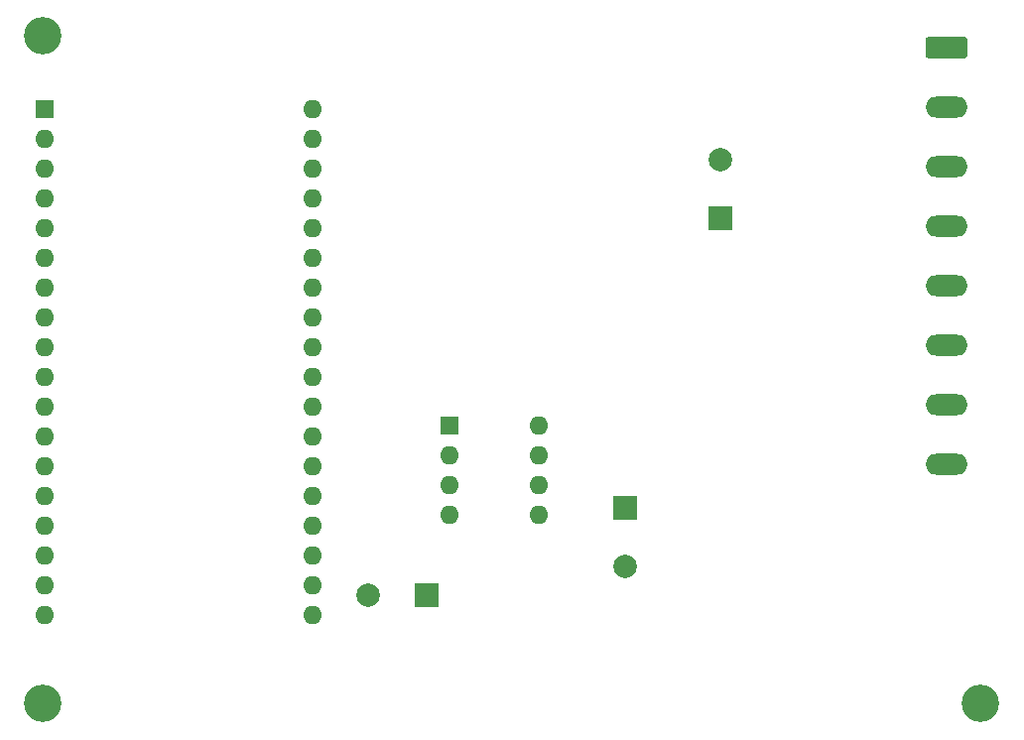
<source format=gbr>
%TF.GenerationSoftware,KiCad,Pcbnew,7.0.2*%
%TF.CreationDate,2023-05-15T17:20:20+02:00*%
%TF.ProjectId,projektkicad,70726f6a-656b-4746-9b69-6361642e6b69,rev?*%
%TF.SameCoordinates,Original*%
%TF.FileFunction,Soldermask,Bot*%
%TF.FilePolarity,Negative*%
%FSLAX46Y46*%
G04 Gerber Fmt 4.6, Leading zero omitted, Abs format (unit mm)*
G04 Created by KiCad (PCBNEW 7.0.2) date 2023-05-15 17:20:20*
%MOMM*%
%LPD*%
G01*
G04 APERTURE LIST*
G04 Aperture macros list*
%AMRoundRect*
0 Rectangle with rounded corners*
0 $1 Rounding radius*
0 $2 $3 $4 $5 $6 $7 $8 $9 X,Y pos of 4 corners*
0 Add a 4 corners polygon primitive as box body*
4,1,4,$2,$3,$4,$5,$6,$7,$8,$9,$2,$3,0*
0 Add four circle primitives for the rounded corners*
1,1,$1+$1,$2,$3*
1,1,$1+$1,$4,$5*
1,1,$1+$1,$6,$7*
1,1,$1+$1,$8,$9*
0 Add four rect primitives between the rounded corners*
20,1,$1+$1,$2,$3,$4,$5,0*
20,1,$1+$1,$4,$5,$6,$7,0*
20,1,$1+$1,$6,$7,$8,$9,0*
20,1,$1+$1,$8,$9,$2,$3,0*%
G04 Aperture macros list end*
%ADD10RoundRect,0.250000X-1.550000X0.650000X-1.550000X-0.650000X1.550000X-0.650000X1.550000X0.650000X0*%
%ADD11O,3.600000X1.800000*%
%ADD12R,2.000000X2.000000*%
%ADD13C,2.000000*%
%ADD14C,3.200000*%
%ADD15R,1.600000X1.600000*%
%ADD16O,1.600000X1.600000*%
G04 APERTURE END LIST*
D10*
%TO.C,J1*%
X198120000Y-65024000D03*
D11*
X198120000Y-70104000D03*
X198120000Y-75184000D03*
X198120000Y-80264000D03*
X198120000Y-85344000D03*
X198120000Y-90424000D03*
X198120000Y-95504000D03*
X198120000Y-100584000D03*
%TD*%
D12*
%TO.C,C6*%
X170688000Y-104312323D03*
D13*
X170688000Y-109312323D03*
%TD*%
D14*
%TO.C,REF\u002A\u002A*%
X201000000Y-121000000D03*
%TD*%
%TO.C,REF\u002A\u002A*%
X121000000Y-64000000D03*
%TD*%
D12*
%TO.C,C8*%
X153751677Y-111760000D03*
D13*
X148751677Y-111760000D03*
%TD*%
D15*
%TO.C,U9*%
X121158000Y-70231000D03*
D16*
X121158000Y-72771000D03*
X121158000Y-75311000D03*
X121158000Y-77851000D03*
X121158000Y-80391000D03*
X121158000Y-82931000D03*
X121158000Y-85471000D03*
X121158000Y-88011000D03*
X121158000Y-90551000D03*
X121158000Y-93091000D03*
X121158000Y-95631000D03*
X121158000Y-98171000D03*
X121158000Y-100711000D03*
X121158000Y-103251000D03*
X121158000Y-105791000D03*
X121158000Y-108331000D03*
X121158000Y-110871000D03*
X121158000Y-113411000D03*
X144018000Y-113411000D03*
X144018000Y-110871000D03*
X144018000Y-108331000D03*
X144018000Y-105791000D03*
X144018000Y-103251000D03*
X144018000Y-100711000D03*
X144018000Y-98171000D03*
X144018000Y-95631000D03*
X144018000Y-93091000D03*
X144018000Y-90551000D03*
X144018000Y-88011000D03*
X144018000Y-85471000D03*
X144018000Y-82931000D03*
X144018000Y-80391000D03*
X144018000Y-77851000D03*
X144018000Y-75311000D03*
X144018000Y-72771000D03*
X144018000Y-70231000D03*
%TD*%
D12*
%TO.C,C16*%
X178816000Y-79583677D03*
D13*
X178816000Y-74583677D03*
%TD*%
D15*
%TO.C,U6*%
X155712000Y-97249000D03*
D16*
X155712000Y-99789000D03*
X155712000Y-102329000D03*
X155712000Y-104869000D03*
X163332000Y-104869000D03*
X163332000Y-102329000D03*
X163332000Y-99789000D03*
X163332000Y-97249000D03*
%TD*%
D14*
%TO.C,REF\u002A\u002A*%
X121000000Y-121000000D03*
%TD*%
M02*

</source>
